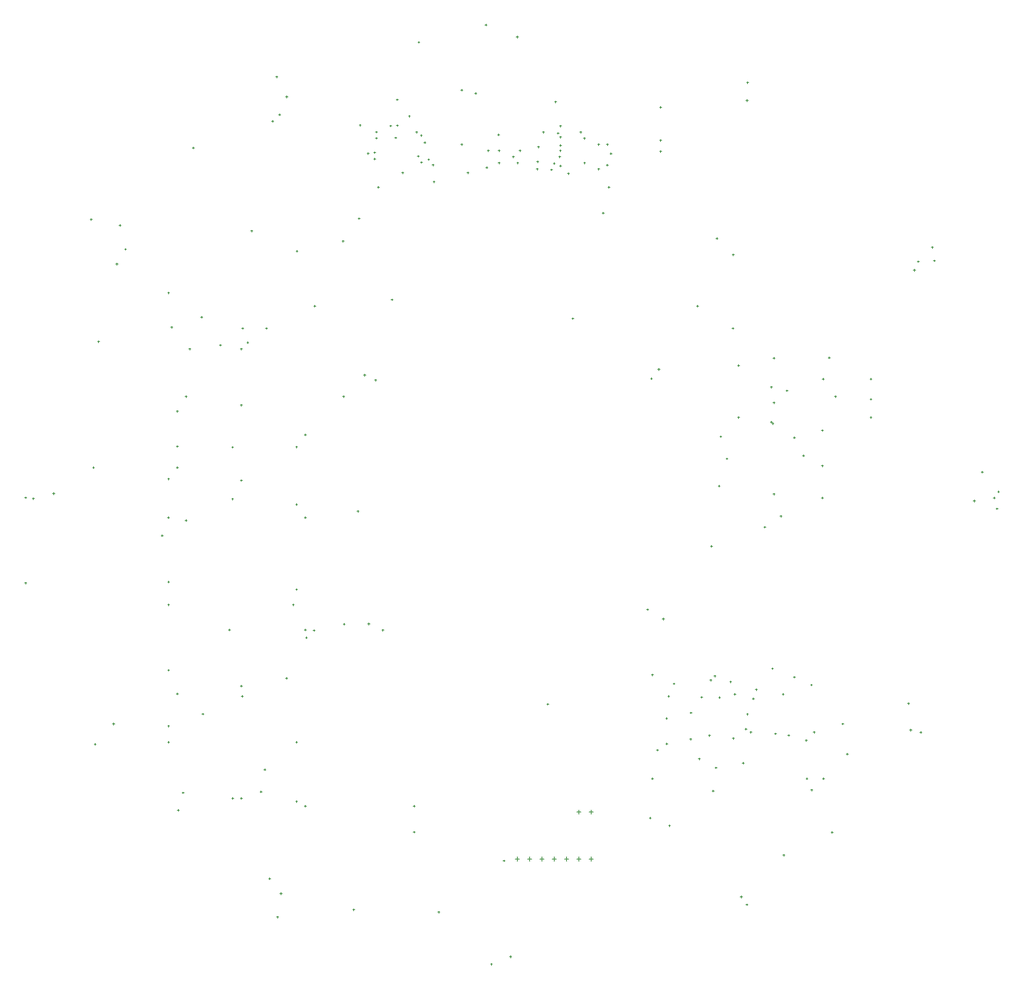
<source format=gbr>
%TF.GenerationSoftware,Altium Limited,Altium Designer,20.2.3 (150)*%
G04 Layer_Color=128*
%FSLAX45Y45*%
%MOMM*%
%TF.SameCoordinates,D065702F-5D7C-4ECE-B493-19553C93D9E3*%
%TF.FilePolarity,Positive*%
%TF.FileFunction,Drillmap*%
%TF.Part,Single*%
G01*
G75*
%TA.AperFunction,NonConductor*%
%ADD55C,0.12700*%
D55*
X12294569Y4490679D02*
X12384569D01*
X12339569Y4445679D02*
Y4535679D01*
X12548569Y4490679D02*
X12638569D01*
X12593569Y4445679D02*
Y4535679D01*
X11024569Y3521893D02*
X11114569D01*
X11069569Y3476893D02*
Y3566893D01*
X11278569Y3521893D02*
X11368569D01*
X11323569Y3476893D02*
Y3566893D01*
X11532569Y3521893D02*
X11622569D01*
X11577569Y3476893D02*
Y3566893D01*
X11786569Y3521893D02*
X11876569D01*
X11831569Y3476893D02*
Y3566893D01*
X12294569Y3521893D02*
X12384569D01*
X12339569Y3476893D02*
Y3566893D01*
X12548569Y3521893D02*
X12638569D01*
X12593569Y3476893D02*
Y3566893D01*
X12040569Y3521893D02*
X12130569D01*
X12085569Y3476893D02*
Y3566893D01*
X1474977Y11070900D02*
X1524977D01*
X1499977Y11045900D02*
Y11095900D01*
X14058707Y8483158D02*
X14108707D01*
X14083707Y8458158D02*
Y8508158D01*
X13967824Y13632916D02*
X14017824D01*
X13992824Y13607916D02*
Y13657916D01*
X7891296Y13516840D02*
X7941296D01*
X7916296Y13491840D02*
Y13541840D01*
X7982055Y8374537D02*
X8032055D01*
X8007055Y8349538D02*
Y8399537D01*
X20477951Y10915330D02*
X20527951D01*
X20502951Y10890330D02*
Y10940330D01*
X2783300Y15811348D02*
X2833300D01*
X2808300Y15786348D02*
Y15836348D01*
X2712211Y6311346D02*
X2762211D01*
X2737211Y6286346D02*
Y6336346D01*
X6163542Y2808112D02*
X6213542D01*
X6188542Y2783112D02*
Y2833112D01*
X10904102Y1499997D02*
X10954102D01*
X10929102Y1474997D02*
Y1524997D01*
X15663544Y2737399D02*
X15713544D01*
X15688544Y2712399D02*
Y2762399D01*
X19166702Y6188649D02*
X19216701D01*
X19191702Y6163649D02*
Y6213649D01*
X19237785Y15688655D02*
X19287785D01*
X19262785Y15663655D02*
Y15713655D01*
X15786459Y19191888D02*
X15836459D01*
X15811459Y19166890D02*
Y19216888D01*
X11045900Y20500005D02*
X11095900D01*
X11070900Y20475005D02*
Y20525005D01*
X6286453Y19262598D02*
X6336453D01*
X6311453Y19237598D02*
Y19287598D01*
X15982333Y7020293D02*
X16022333D01*
X16002333Y7000293D02*
Y7040293D01*
X15920631Y6831099D02*
X15960631D01*
X15940631Y6811099D02*
Y6851099D01*
X15539552Y6924264D02*
X15579552D01*
X15559552Y6904264D02*
Y6944263D01*
X14804198Y5589753D02*
X14844197D01*
X14824197Y5569753D02*
Y5609753D01*
X15150407Y5407259D02*
X15190407D01*
X15170407Y5387259D02*
Y5427259D01*
X15127492Y7300859D02*
X15167491D01*
X15147491Y7280859D02*
Y7320859D01*
X15041833Y7214283D02*
X15081834D01*
X15061835Y7194283D02*
Y7234283D01*
X14853017Y6863390D02*
X14893016D01*
X14873016Y6843390D02*
Y6883390D01*
X14633614Y6541503D02*
X14673613D01*
X14653613Y6521503D02*
Y6561503D01*
X14628838Y5995843D02*
X14668839D01*
X14648837Y5975843D02*
Y6015843D01*
X14282529Y7141271D02*
X14322530D01*
X14302528Y7121271D02*
Y7161271D01*
X15451140Y7182277D02*
X15491141D01*
X15471140Y7162277D02*
Y7202277D01*
X15015126Y6071865D02*
X15055125D01*
X15035126Y6051865D02*
Y6091865D01*
X14190475Y4210835D02*
X14230473D01*
X14210475Y4190835D02*
Y4230835D01*
X13792229Y4366758D02*
X13832228D01*
X13812228Y4346758D02*
Y4386758D01*
X7673660Y2473960D02*
X7713660D01*
X7693660Y2453960D02*
Y2493960D01*
X6672859Y4612640D02*
X6712859D01*
X6692859Y4592640D02*
Y4632640D01*
X9429242Y2424669D02*
X9469242D01*
X9449242Y2404669D02*
Y2444669D01*
X10775000Y3484880D02*
X10815000D01*
X10795000Y3464880D02*
Y3504880D01*
X6492860Y4709643D02*
X6532860D01*
X6512860Y4689643D02*
Y4729643D01*
X5176035Y4775236D02*
X5216035D01*
X5196035Y4755236D02*
Y4795236D01*
X6696601Y8092290D02*
X6736601D01*
X6716601Y8072290D02*
Y8112290D01*
X6854896Y8241594D02*
X6894896D01*
X6874896Y8221594D02*
Y8261594D01*
X8275787Y8248802D02*
X8315787D01*
X8295787Y8228802D02*
Y8268802D01*
X13739133Y8674666D02*
X13779132D01*
X13759132Y8654666D02*
Y8694666D01*
X12192996Y14685242D02*
X12232996D01*
X12212996Y14665240D02*
Y14705241D01*
X7454260Y16282304D02*
X7494260D01*
X7474260Y16262305D02*
Y16302304D01*
X6502024Y16076253D02*
X6542024D01*
X6522024Y16056252D02*
Y16096252D01*
X11940860Y18262601D02*
X11980860D01*
X11960860Y18242599D02*
Y18282600D01*
X11891147Y18513734D02*
X11931147D01*
X11911147Y18493735D02*
Y18533736D01*
X11461928Y17773447D02*
X11501928D01*
X11481928Y17753447D02*
Y17793446D01*
X11468420Y17924780D02*
X11508420D01*
X11488420Y17904781D02*
Y17944780D01*
X15169200Y16339819D02*
X15209200D01*
X15189200Y16319820D02*
Y16359821D01*
X7783634Y16750662D02*
X7823634D01*
X7803634Y16730663D02*
Y16770662D01*
X8181660Y17396460D02*
X8221660D01*
X8201660Y17376460D02*
Y17416460D01*
X7970545Y18094228D02*
X8010545D01*
X7990545Y18074229D02*
Y18114227D01*
X8105460Y18115280D02*
X8145460D01*
X8125460Y18095280D02*
Y18135280D01*
X12821497Y16865575D02*
X12861496D01*
X12841496Y16845575D02*
Y16885574D01*
X15504462Y16003908D02*
X15544463D01*
X15524461Y15983908D02*
Y16023907D01*
X12907259Y18281442D02*
X12947260D01*
X12927258Y18261443D02*
Y18301442D01*
X12728260Y18281442D02*
X12768260D01*
X12748260Y18261443D02*
Y18301442D01*
X12359960Y18535442D02*
X12399960D01*
X12379960Y18515442D02*
Y18555441D01*
X12940802Y17396460D02*
X12980801D01*
X12960802Y17376460D02*
Y17416460D01*
X14005881Y19050000D02*
X14045880D01*
X14025880Y19030000D02*
Y19070000D01*
X19324628Y15862849D02*
X19364627D01*
X19344627Y15842850D02*
Y15882849D01*
X19614473Y16156940D02*
X19654472D01*
X19634473Y16136940D02*
Y16176939D01*
X20891820Y10980420D02*
X20931821D01*
X20911819Y10960420D02*
Y11000420D01*
X20948306Y10757774D02*
X20988307D01*
X20968307Y10737774D02*
Y10777774D01*
X19122507Y6732473D02*
X19162506D01*
X19142506Y6712473D02*
Y6752473D01*
X17368687Y5181448D02*
X17408688D01*
X17388689Y5161448D02*
Y5201448D01*
X17859061Y5689600D02*
X17899060D01*
X17879060Y5669600D02*
Y5709600D01*
X16550960Y3599180D02*
X16590961D01*
X16570959Y3579180D02*
Y3619180D01*
X10514284Y1347246D02*
X10554284D01*
X10534284Y1327247D02*
Y1367246D01*
X9015793Y20392467D02*
X9055793D01*
X9035793Y20372466D02*
Y20412466D01*
X8822169Y18864920D02*
X8862169D01*
X8842169Y18844920D02*
Y18884920D01*
X8970472Y18536690D02*
X9010472D01*
X8990472Y18516689D02*
Y18556689D01*
X10401651Y20752100D02*
X10441650D01*
X10421650Y20732100D02*
Y20772099D01*
X15801193Y19560539D02*
X15841193D01*
X15821193Y19540540D02*
Y19580540D01*
X19657761Y15880080D02*
X19697762D01*
X19677760Y15860080D02*
Y15900079D01*
X20980476Y11107420D02*
X21020476D01*
X21000476Y11087420D02*
Y11127420D01*
X19376418Y6136688D02*
X19416418D01*
X19396419Y6116688D02*
Y6156688D01*
X17544099Y4071620D02*
X17584100D01*
X17564101Y4051620D02*
Y4091620D01*
X8571177Y19207732D02*
X8611177D01*
X8591177Y19187730D02*
Y19227731D01*
X11838196Y19161148D02*
X11878196D01*
X11858196Y19141148D02*
Y19181148D01*
X12728260Y17773442D02*
X12768260D01*
X12748260Y17753442D02*
Y17793442D01*
X14005881Y18366740D02*
X14045880D01*
X14025880Y18346741D02*
Y18386740D01*
X14005881Y18138139D02*
X14045880D01*
X14025880Y18118140D02*
Y18158141D01*
X15788786Y2579317D02*
X15828787D01*
X15808788Y2559317D02*
Y2599317D01*
X8683691Y17698720D02*
X8723691D01*
X8703691Y17678720D02*
Y17718719D01*
X9007160Y18038272D02*
X9047160D01*
X9027160Y18018272D02*
Y18058272D01*
X9902556Y18281905D02*
X9942556D01*
X9922556Y18261903D02*
Y18301904D01*
X9070660Y17911293D02*
X9110660D01*
X9090660Y17891293D02*
Y17931293D01*
X9220520Y17970500D02*
X9260520D01*
X9240520Y17950500D02*
Y17990500D01*
X9311960Y17857028D02*
X9351960D01*
X9331960Y17837029D02*
Y17877028D01*
X20643813Y11513889D02*
X20683812D01*
X20663812Y11493889D02*
Y11533889D01*
X11589319Y18536855D02*
X11629319D01*
X11609319Y18516853D02*
Y18556854D01*
X9066832Y18467299D02*
X9106832D01*
X9086832Y18447299D02*
Y18487299D01*
X9141539Y18320107D02*
X9181539D01*
X9161539Y18300105D02*
Y18340106D01*
X11940860Y18661380D02*
X11980860D01*
X11960860Y18641380D02*
Y18681380D01*
X12436160Y18408443D02*
X12476160D01*
X12456160Y18388441D02*
Y18428442D01*
X8142920Y18410286D02*
X8182920D01*
X8162920Y18390286D02*
Y18430286D01*
X5567284Y16494044D02*
X5607284D01*
X5587284Y16474043D02*
Y16514044D01*
X4534220Y14715138D02*
X4574220D01*
X4554220Y14695140D02*
Y14735139D01*
X4561401Y6515382D02*
X4601400D01*
X4581401Y6495382D02*
Y6535382D01*
X4054160Y4528820D02*
X4094160D01*
X4074160Y4508820D02*
Y4548820D01*
X4149923Y4890846D02*
X4189923D01*
X4169923Y4870846D02*
Y4910846D01*
X3852220Y5933460D02*
X3892220D01*
X3872220Y5913460D02*
Y5953460D01*
X3852220Y6266180D02*
X3892220D01*
X3872220Y6246180D02*
Y6286180D01*
X8574334Y18673186D02*
X8614334D01*
X8594334Y18653186D02*
Y18693185D01*
X8142920Y18537265D02*
X8182920D01*
X8162920Y18517265D02*
Y18557265D01*
X4361358Y18210406D02*
X4401358D01*
X4381358Y18190405D02*
Y18230405D01*
X2407994Y14208569D02*
X2447994D01*
X2427994Y14188570D02*
Y14228569D01*
X2849000Y16610287D02*
X2889000D01*
X2869000Y16590286D02*
Y16630287D01*
X2963149Y16116750D02*
X3003149D01*
X2983149Y16096750D02*
Y16136749D01*
X6492860Y10845800D02*
X6532860D01*
X6512860Y10825800D02*
Y10865800D01*
X7806520Y18679652D02*
X7846520D01*
X7826520Y18659653D02*
Y18699654D01*
X9329740Y17510760D02*
X9369740D01*
X9349740Y17490759D02*
Y17530760D01*
X8124523Y13411958D02*
X8164523D01*
X8144523Y13391959D02*
Y13431960D01*
X8462239Y15075841D02*
X8502239D01*
X8482239Y15055840D02*
Y15095840D01*
X9902556Y19405682D02*
X9942556D01*
X9922556Y19385683D02*
Y19425684D01*
X10190960Y19335562D02*
X10230960D01*
X10210960Y19315562D02*
Y19355562D01*
X1061009Y10965523D02*
X1101009D01*
X1081009Y10945523D02*
Y10985523D01*
X6492860Y9088420D02*
X6532860D01*
X6512860Y9068420D02*
Y9108420D01*
X5109042Y8254101D02*
X5149042D01*
X5129042Y8234101D02*
Y8274101D01*
X5172542Y10959318D02*
X5212542D01*
X5192542Y10939318D02*
Y10979318D01*
X7761976Y10703237D02*
X7801976D01*
X7781976Y10683237D02*
Y10723237D01*
X13816264Y13445264D02*
X13856264D01*
X13836264Y13425264D02*
Y13465263D01*
X5839780Y5367020D02*
X5879780D01*
X5859780Y5347020D02*
Y5387020D01*
X902020Y9222740D02*
X942020D01*
X922020Y9202740D02*
Y9242740D01*
X2302383Y11607800D02*
X2342383D01*
X2322383Y11587800D02*
Y11627800D01*
X4032220Y11607800D02*
X4072219D01*
X4052219Y11587800D02*
Y11627800D01*
X902020Y10985500D02*
X942020D01*
X922020Y10965500D02*
Y11005500D01*
X4032220Y12043344D02*
X4072219D01*
X4052219Y12023344D02*
Y12063344D01*
X5352542Y12895580D02*
X5392542D01*
X5372542Y12875580D02*
Y12915581D01*
X2255840Y16730980D02*
X2295840D01*
X2275840Y16710980D02*
Y16750980D01*
X6086160Y19677756D02*
X6126160D01*
X6106160Y19657756D02*
Y19697755D01*
X14172047Y6881927D02*
X14212047D01*
X14192047Y6861927D02*
Y6901927D01*
X17025940Y5181448D02*
X17065939D01*
X17045940Y5161448D02*
Y5201448D01*
X17345857Y10980420D02*
X17385858D01*
X17365858Y10960420D02*
Y11000420D01*
X17345857Y11643792D02*
X17385858D01*
X17365858Y11623792D02*
Y11663792D01*
X18346185Y12644120D02*
X18386186D01*
X18366187Y12624120D02*
Y12664120D01*
X18346185Y13018054D02*
X18386186D01*
X18366187Y12998055D02*
Y13038054D01*
X8921242Y4612640D02*
X8961242D01*
X8941242Y4592640D02*
Y4632640D01*
X8921242Y4076700D02*
X8961242D01*
X8941242Y4056700D02*
Y4096700D01*
X15054900Y9982200D02*
X15094901D01*
X15074899Y9962200D02*
Y10002200D01*
X17013240Y5971540D02*
X17053239D01*
X17033240Y5951540D02*
Y5991540D01*
X15710220Y5501640D02*
X15750220D01*
X15730220Y5481640D02*
Y5521640D01*
X8105460Y17983200D02*
X8145460D01*
X8125460Y17963200D02*
Y18003200D01*
X3917000Y14505940D02*
X3957000D01*
X3937000Y14485941D02*
Y14525940D01*
X11938737Y18154442D02*
X11978737D01*
X11958737Y18134442D02*
Y18174442D01*
X10673400Y18154446D02*
X10713400D01*
X10693400Y18134447D02*
Y18174448D01*
X15247940Y12247880D02*
X15287939D01*
X15267940Y12227880D02*
Y12267880D01*
X15615224Y12644120D02*
X15655225D01*
X15635223Y12624120D02*
Y12664120D01*
X17345863Y12374118D02*
X17385863D01*
X17365863Y12354118D02*
Y12394118D01*
X11753967Y17759680D02*
X11793967D01*
X11773967Y17739680D02*
Y17779680D01*
X11486200Y18229581D02*
X11526200D01*
X11506200Y18209579D02*
Y18249580D01*
X17765080Y6311900D02*
X17805080D01*
X17785080Y6291900D02*
Y6331900D01*
X15766837Y6205957D02*
X15806837D01*
X15786836Y6185957D02*
Y6225957D01*
X8434080Y18664246D02*
X8474080D01*
X8454080Y18644244D02*
Y18684245D01*
X10449108Y18154904D02*
X10489108D01*
X10469108Y18134904D02*
Y18174904D01*
X10030780Y17698720D02*
X10070780D01*
X10050780Y17678720D02*
Y17718719D01*
X12982260Y18090942D02*
X13022260D01*
X13002260Y18070943D02*
Y18110942D01*
X12105960Y17680940D02*
X12145960D01*
X12125960Y17660941D02*
Y17700940D01*
X12906059Y17856200D02*
X12946060D01*
X12926060Y17836200D02*
Y17876199D01*
X11056940Y17900447D02*
X11096940D01*
X11076940Y17880447D02*
Y17920447D01*
X11810858Y17888940D02*
X11850858D01*
X11830858Y17868941D02*
Y17908942D01*
X11941820Y17836942D02*
X11981820D01*
X11961820Y17816942D02*
Y17856943D01*
X10673400Y17900447D02*
X10713400D01*
X10693400Y17880447D02*
Y17920447D01*
X5172542Y12026900D02*
X5212542D01*
X5192542Y12006900D02*
Y12046900D01*
X10419908Y17802859D02*
X10459908D01*
X10439908Y17782860D02*
Y17822861D01*
X4032220Y6931660D02*
X4072219D01*
X4052219Y6911660D02*
Y6951660D01*
X4214180Y13075920D02*
X4254180D01*
X4234180Y13055920D02*
Y13095920D01*
X4032220Y12768580D02*
X4072219D01*
X4052219Y12748580D02*
Y12788580D01*
X7465868Y13075920D02*
X7505868D01*
X7485868Y13055920D02*
Y13095920D01*
X4214180Y10515600D02*
X4254180D01*
X4234180Y10495600D02*
Y10535600D01*
X6672859Y12282912D02*
X6712859D01*
X6692859Y12262912D02*
Y12302912D01*
X5936300Y3114040D02*
X5976300D01*
X5956300Y3094040D02*
Y3134040D01*
X16766859Y7277100D02*
X16806860D01*
X16786861Y7257100D02*
Y7297100D01*
X17119905Y7117278D02*
X17159904D01*
X17139905Y7097278D02*
Y7137278D01*
X16535735Y6924055D02*
X16575735D01*
X16555734Y6904055D02*
Y6944055D01*
X16345540Y12948920D02*
X16385539D01*
X16365540Y12928920D02*
Y12968919D01*
X8539800Y18420081D02*
X8579800D01*
X8559800Y18400079D02*
Y18440080D01*
X11924558Y18027441D02*
X11964558D01*
X11944558Y18007442D02*
Y18047443D01*
X10966928Y18027448D02*
X11006927D01*
X10986927Y18007446D02*
Y18047447D01*
X4920300Y14135100D02*
X4960300D01*
X4940300Y14115100D02*
Y14155099D01*
X13835699Y5179060D02*
X13875700D01*
X13855701Y5159060D02*
Y5199060D01*
X12436820Y17900443D02*
X12476820D01*
X12456820Y17880441D02*
Y17920442D01*
X11676700Y6718300D02*
X11716700D01*
X11696700Y6698300D02*
Y6738300D01*
X6101400Y2322241D02*
X6141400D01*
X6121400Y2302241D02*
Y2342241D01*
X11940860Y18432780D02*
X11980860D01*
X11960860Y18412781D02*
Y18452780D01*
X2337100Y5892800D02*
X2377100D01*
X2357100Y5872800D02*
Y5912800D01*
X5999800Y18760440D02*
X6039800D01*
X6019800Y18740440D02*
Y18780440D01*
X11105200Y18154446D02*
X11145200D01*
X11125200Y18134447D02*
Y18174448D01*
X6144580Y18895061D02*
X6184580D01*
X6164580Y18875060D02*
Y18915060D01*
X10663240Y18481039D02*
X10703240D01*
X10683240Y18461040D02*
Y18501041D01*
X3852220Y11372860D02*
X3892220D01*
X3872220Y11352860D02*
Y11392860D01*
X15214920Y11224260D02*
X15254919D01*
X15234920Y11204260D02*
Y11244260D01*
X13836768Y7326427D02*
X13876767D01*
X13856767Y7306427D02*
Y7346427D01*
X16345540Y11059160D02*
X16385539D01*
X16365540Y11039160D02*
Y11079160D01*
X15799120Y6512560D02*
X15839120D01*
X15819119Y6492560D02*
Y6532560D01*
X16956273Y11853093D02*
X16996272D01*
X16976273Y11833093D02*
Y11873093D01*
X3852220Y15217140D02*
X3892220D01*
X3872220Y15197141D02*
Y15237140D01*
X5352542Y14055701D02*
X5392542D01*
X5372542Y14035699D02*
Y14075700D01*
X5486720Y14188440D02*
X5526720D01*
X5506720Y14168440D02*
Y14208440D01*
X16488918Y10601584D02*
X16528918D01*
X16508919Y10581584D02*
Y10621584D01*
X5374960Y6880860D02*
X5414960D01*
X5394960Y6860860D02*
Y6900860D01*
X16314740Y7454900D02*
X16354739D01*
X16334740Y7434900D02*
Y7474900D01*
X16615536Y13195300D02*
X16655537D01*
X16635538Y13175301D02*
Y13215300D01*
X4290380Y14056360D02*
X4330380D01*
X4310380Y14036360D02*
Y14076360D01*
X16345535Y13868401D02*
X16385535D01*
X16365535Y13848399D02*
Y13888400D01*
X16291879Y13268961D02*
X16331880D01*
X16311880Y13248959D02*
Y13288960D01*
X14130341Y6426200D02*
X14170340D01*
X14150340Y6406200D02*
Y6446200D01*
X16375700Y6108700D02*
X16415700D01*
X16395700Y6088700D02*
Y6128700D01*
X16766859Y12225020D02*
X16806860D01*
X16786861Y12205020D02*
Y12245020D01*
X17615860Y13074020D02*
X17655859D01*
X17635860Y13054021D02*
Y13094020D01*
X17485680Y13876019D02*
X17525681D01*
X17505679Y13856020D02*
Y13896021D01*
X6492860Y12031680D02*
X6532860D01*
X6512860Y12011680D02*
Y12051680D01*
X17361220Y13434061D02*
X17401221D01*
X17381219Y13414059D02*
Y13454060D01*
X18346181Y13434061D02*
X18386182D01*
X18366180Y13414059D02*
Y13454060D01*
X6672900Y10574020D02*
X6712900D01*
X6692900Y10554020D02*
Y10594020D01*
X13941933Y5770215D02*
X13981934D01*
X13961932Y5750215D02*
Y5790214D01*
X15615219Y13713460D02*
X15655219D01*
X15635219Y13693460D02*
Y13733459D01*
X3850960Y10574020D02*
X3890960D01*
X3870960Y10554020D02*
Y10594020D01*
X15867700Y6141720D02*
X15907700D01*
X15887700Y6121720D02*
Y6161720D01*
X17125000Y4945380D02*
X17164999D01*
X17145000Y4925380D02*
Y4965380D01*
X15374940Y11790680D02*
X15414940D01*
X15394940Y11770680D02*
Y11810680D01*
X3852220Y7420620D02*
X3892220D01*
X3872220Y7400620D02*
Y7440620D01*
X16291879Y12547600D02*
X16331880D01*
X16311880Y12527600D02*
Y12567600D01*
X16323817Y12516038D02*
X16363818D01*
X16343819Y12496038D02*
Y12536038D01*
X15090460Y4925060D02*
X15130460D01*
X15110460Y4905060D02*
Y4945060D01*
X5352542Y11340658D02*
X5392542D01*
X5372542Y11320658D02*
Y11360658D01*
X14131935Y5898825D02*
X14171935D01*
X14151935Y5878825D02*
Y5918825D01*
X6868480Y14942821D02*
X6908480D01*
X6888480Y14922820D02*
Y14962820D01*
X14767880Y14942821D02*
X14807880D01*
X14787880Y14922820D02*
Y14962820D01*
X3718880Y10200640D02*
X3758880D01*
X3738880Y10180640D02*
Y10220640D01*
X16652560Y6075680D02*
X16692560D01*
X16672560Y6055680D02*
Y6095680D01*
X5382783Y14483080D02*
X5422783D01*
X5402783Y14463080D02*
Y14503081D01*
X5872800Y14483080D02*
X5912800D01*
X5892800Y14463080D02*
Y14503081D01*
X15499400Y14483080D02*
X15539400D01*
X15519400Y14463080D02*
Y14503081D01*
X15507021Y6012180D02*
X15547020D01*
X15527020Y5992180D02*
Y6032180D01*
X6492860Y5933140D02*
X6532860D01*
X6512860Y5913140D02*
Y5953140D01*
X5352542Y4773143D02*
X5392542D01*
X5372542Y4753143D02*
Y4793143D01*
X5352542Y7094220D02*
X5392542D01*
X5372542Y7074220D02*
Y7114220D01*
X15222540Y6858000D02*
X15262540D01*
X15242540Y6838000D02*
Y6878000D01*
X6289360Y7254240D02*
X6329360D01*
X6309360Y7234240D02*
Y7274240D01*
X3852220Y8773160D02*
X3892220D01*
X3872220Y8753160D02*
Y8793160D01*
X6426520Y8773160D02*
X6466520D01*
X6446520Y8753160D02*
Y8793160D01*
X3852220Y9245600D02*
X3892220D01*
X3872220Y9225600D02*
Y9265600D01*
X5758500Y4909820D02*
X5798500D01*
X5778500Y4889820D02*
Y4929820D01*
X17175800Y6141720D02*
X17215800D01*
X17195799Y6121720D02*
Y6161720D01*
X7475540Y8371804D02*
X7515540D01*
X7495540Y8351804D02*
Y8391804D01*
X16157260Y10375900D02*
X16197260D01*
X16177260Y10355900D02*
Y10395900D01*
X6672859Y8254101D02*
X6712859D01*
X6692859Y8234101D02*
Y8274101D01*
%TF.MD5,b724bf96c24d58eca44cba0b5d3582bd*%
M02*

</source>
